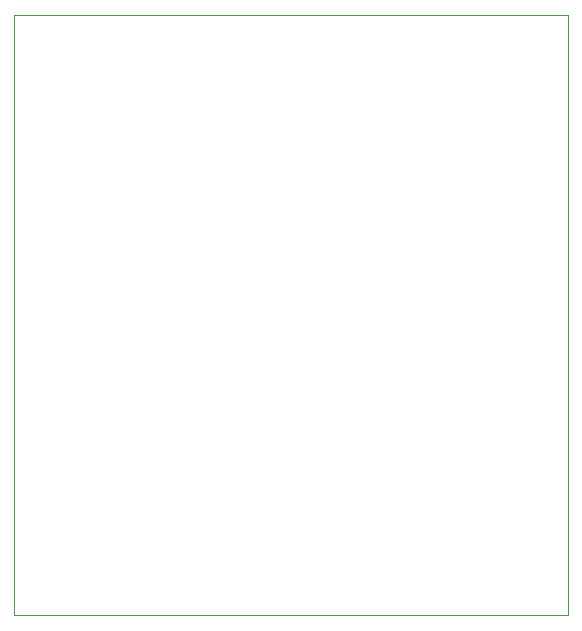
<source format=gbr>
%TF.GenerationSoftware,KiCad,Pcbnew,(6.0.5)*%
%TF.CreationDate,2022-06-14T13:50:18+08:00*%
%TF.ProjectId,V4.0,56342e30-2e6b-4696-9361-645f70636258,rev?*%
%TF.SameCoordinates,Original*%
%TF.FileFunction,Profile,NP*%
%FSLAX46Y46*%
G04 Gerber Fmt 4.6, Leading zero omitted, Abs format (unit mm)*
G04 Created by KiCad (PCBNEW (6.0.5)) date 2022-06-14 13:50:18*
%MOMM*%
%LPD*%
G01*
G04 APERTURE LIST*
%TA.AperFunction,Profile*%
%ADD10C,0.100000*%
%TD*%
G04 APERTURE END LIST*
D10*
X105500000Y-75000000D02*
X152354200Y-75000000D01*
X152354200Y-75000000D02*
X152354200Y-125793000D01*
X152354200Y-125793000D02*
X105500000Y-125793000D01*
X105500000Y-125793000D02*
X105500000Y-75000000D01*
M02*

</source>
